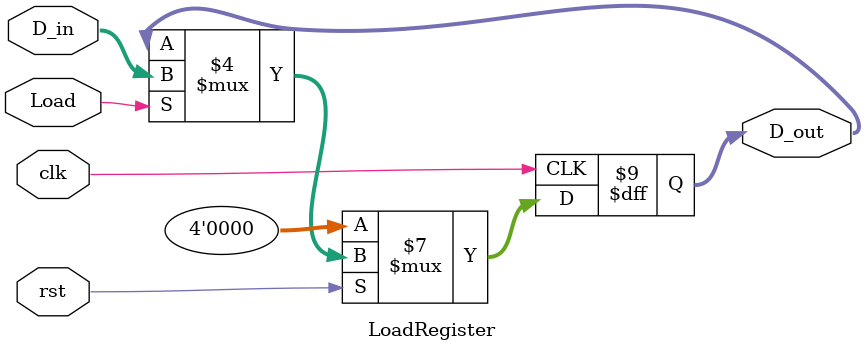
<source format=v>
module LoadRegister(D_in, D_out, clk, rst, Load);
	input [3:0] D_in;
	output [3:0] D_out;
	input clk, rst;
	input Load;
	reg[3:0] D_out;

	always@(posedge clk)
		begin
			if (rst == 1'b0)
				begin
					D_out <= 4'b0000;
				end
			else
				begin
					if (Load == 1'b1)
					 begin
						D_out <= D_in;
					 end
				end
		end
	


endmodule

</source>
